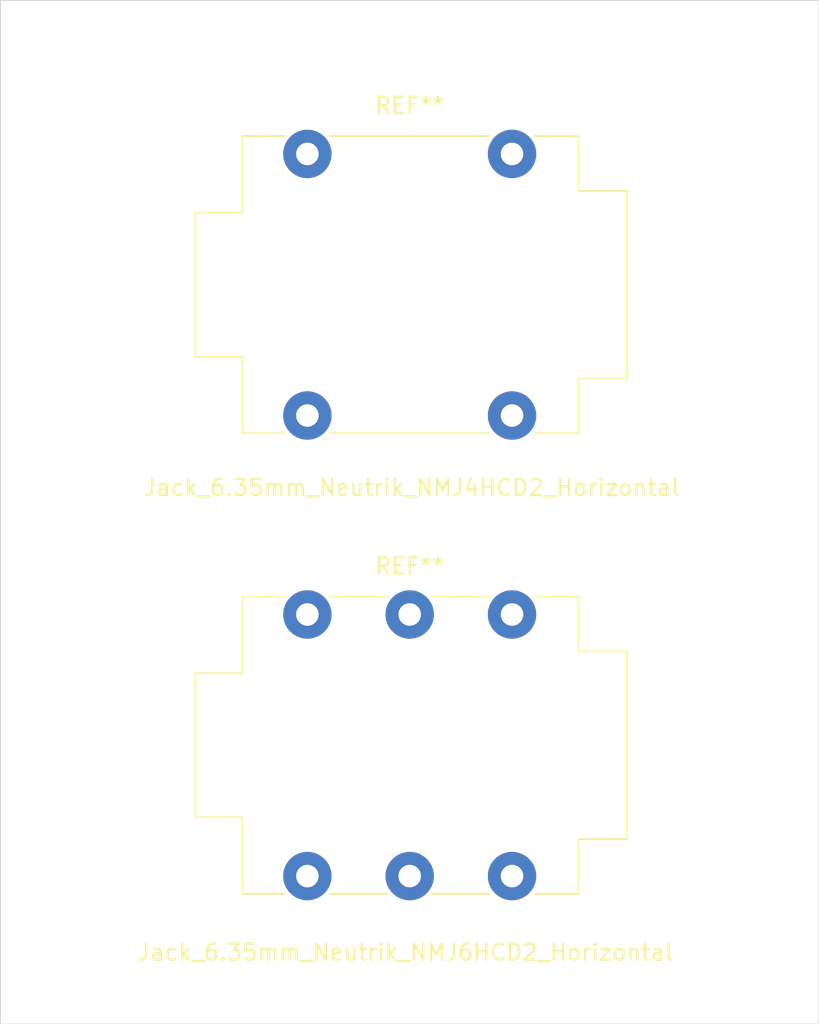
<source format=kicad_pcb>
(kicad_pcb (version 20211014) (generator pcbnew)
  (layers (0 "F.Cu" signal) (31 "B.Cu" signal) (34 "B.Paste" user) (35 "F.Paste" user) (36 "B.SilkS" user "B.Silkscreen") (37 "F.SilkS" user "F.Silkscreen") (38 "B.Mask" user) (39 "F.Mask" user) (44 "Edge.Cuts" user))
  (net 0 "")
  (footprint "Connector_Audio:Jack_6.35mm_Neutrik_NMJ6HCD2_Horizontal" (layer "F.Cu") (at 19.05 -25.4)
    (fp_text reference "REF**" (at 6.35 -3) (layer "F.SilkS"))
    (fp_text value "Jack_6.35mm_Neutrik_NMJ6HCD2_Horizontal")
    (fp_line (start 16.82 13.935) (end 19.82 13.935) (layer "F.SilkS") (width 0.12))
    (fp_line (start -6.95 12.585) (end -4.03 12.585) (layer "F.SilkS") (width 0.12))
    (fp_line (start -1.4 17.335) (end -4.03 17.335) (layer "F.SilkS") (width 0.12))
    (fp_line (start 5 17.335) (end 1.4 17.335) (layer "F.SilkS") (width 0.12))
    (fp_line (start 1.4 -1.105) (end 5 -1.105) (layer "F.SilkS") (width 0.12))
    (fp_line (start 16.82 17.335) (end 14.1 17.335) (layer "F.SilkS") (width 0.12))
    (fp_line (start 7.7 -1.105) (end 11.3 -1.105) (layer "F.SilkS") (width 0.12))
    (fp_line (start -4.03 3.645) (end -4.03 -1.105) (layer "F.SilkS") (width 0.12))
    (fp_line (start 16.82 17.335) (end 16.82 13.935) (layer "F.SilkS") (width 0.12))
    (fp_line (start -6.95 3.645) (end -4.03 3.645) (layer "F.SilkS") (width 0.12))
    (fp_line (start 19.82 13.935) (end 19.82 2.295) (layer "F.SilkS") (width 0.12))
    (fp_line (start -6.95 12.545) (end -6.95 3.645) (layer "F.SilkS") (width 0.12))
    (fp_line (start 16.82 2.295) (end 16.82 -1.105) (layer "F.SilkS") (width 0.12))
    (fp_line (start 16.82 -1.105) (end 14.1 -1.105) (layer "F.SilkS") (width 0.12))
    (fp_line (start 16.82 2.295) (end 19.82 2.295) (layer "F.SilkS") (width 0.12))
    (fp_line (start -4.03 -1.105) (end -1.4 -1.105) (layer "F.SilkS") (width 0.12))
    (fp_line (start 11.3 17.335) (end 7.7 17.335) (layer "F.SilkS") (width 0.12))
    (fp_line (start -4.03 17.335) (end -4.03 12.585) (layer "F.SilkS") (width 0.12))
    (pad "R" thru_hole circle (at 6.35 0) (size 3 3) (drill 1.4) (layers *.Cu *.Mask))
    (pad "RN" thru_hole circle (at 6.35 16.23) (size 3 3) (drill 1.4) (layers *.Cu *.Mask))
    (pad "S" thru_hole circle (at 12.7 0) (size 3 3) (drill 1.4) (layers *.Cu *.Mask))
    (pad "SN" thru_hole circle (at 12.7 16.23) (size 3 3) (drill 1.4) (layers *.Cu *.Mask))
    (pad "T" thru_hole circle (at 0 0) (size 3 3) (drill 1.4) (layers *.Cu *.Mask))
    (pad "TN" thru_hole circle (at 0 16.23) (size 3 3) (drill 1.4) (layers *.Cu *.Mask))
  )
  (footprint "Connector_Audio:Jack_6.35mm_Neutrik_NMJ4HCD2_Horizontal" (layer "F.Cu") (at 19.05 -53.975)
    (fp_text reference "REF**" (at 6.35 -3) (layer "F.SilkS"))
    (fp_text value "Jack_6.35mm_Neutrik_NMJ4HCD2_Horizontal")
    (fp_line (start -6.95 12.545) (end -6.95 3.645) (layer "F.SilkS") (width 0.12))
    (fp_line (start -1.4 17.335) (end -4.03 17.335) (layer "F.SilkS") (width 0.12))
    (fp_line (start -4.03 17.335) (end -4.03 12.585) (layer "F.SilkS") (width 0.12))
    (fp_line (start 16.82 13.935) (end 19.82 13.935) (layer "F.SilkS") (width 0.12))
    (fp_line (start 16.82 2.295) (end 19.82 2.295) (layer "F.SilkS") (width 0.12))
    (fp_line (start -4.03 3.645) (end -4.03 -1.105) (layer "F.SilkS") (width 0.12))
    (fp_line (start -6.95 12.585) (end -4.03 12.585) (layer "F.SilkS") (width 0.12))
    (fp_line (start 19.82 13.935) (end 19.82 2.295) (layer "F.SilkS") (width 0.12))
    (fp_line (start -6.95 3.645) (end -4.03 3.645) (layer "F.SilkS") (width 0.12))
    (fp_line (start 16.82 -1.105) (end 14.1 -1.105) (layer "F.SilkS") (width 0.12))
    (fp_line (start 16.82 2.295) (end 16.82 -1.105) (layer "F.SilkS") (width 0.12))
    (fp_line (start 11.3 17.335) (end 1.4 17.335) (layer "F.SilkS") (width 0.12))
    (fp_line (start 16.82 17.335) (end 14.1 17.335) (layer "F.SilkS") (width 0.12))
    (fp_line (start 1.4 -1.105) (end 11.3 -1.105) (layer "F.SilkS") (width 0.12))
    (fp_line (start -4.03 -1.105) (end -1.4 -1.105) (layer "F.SilkS") (width 0.12))
    (fp_line (start 16.82 17.335) (end 16.82 13.935) (layer "F.SilkS") (width 0.12))
    (pad "S" thru_hole circle (at 12.7 0) (size 3 3) (drill 1.4) (layers *.Cu *.Mask))
    (pad "SN" thru_hole circle (at 12.7 16.23) (size 3 3) (drill 1.4) (layers *.Cu *.Mask))
    (pad "T" thru_hole circle (at 0 0) (size 3 3) (drill 1.4) (layers *.Cu *.Mask))
    (pad "TN" thru_hole circle (at 0 16.23) (size 3 3) (drill 1.4) (layers *.Cu *.Mask))
  )
  (gr_rect (start 0 0) (end 50.8 -63.5) (layer "Edge.Cuts") (width 0.05) (fill none))
  (gr_text "Jack_6.35mm_Neutrik_NMJ6HCD2_Horizontal" (at 25.146 -4.445) (layer "F.SilkS") (effects (font (size 1 1))))
  (gr_text "Jack_6.35mm_Neutrik_NMJ4HCD2_Horizontal" (at 25.527 -33.274) (layer "F.SilkS") (effects (font (size 1 1))))
)
</source>
